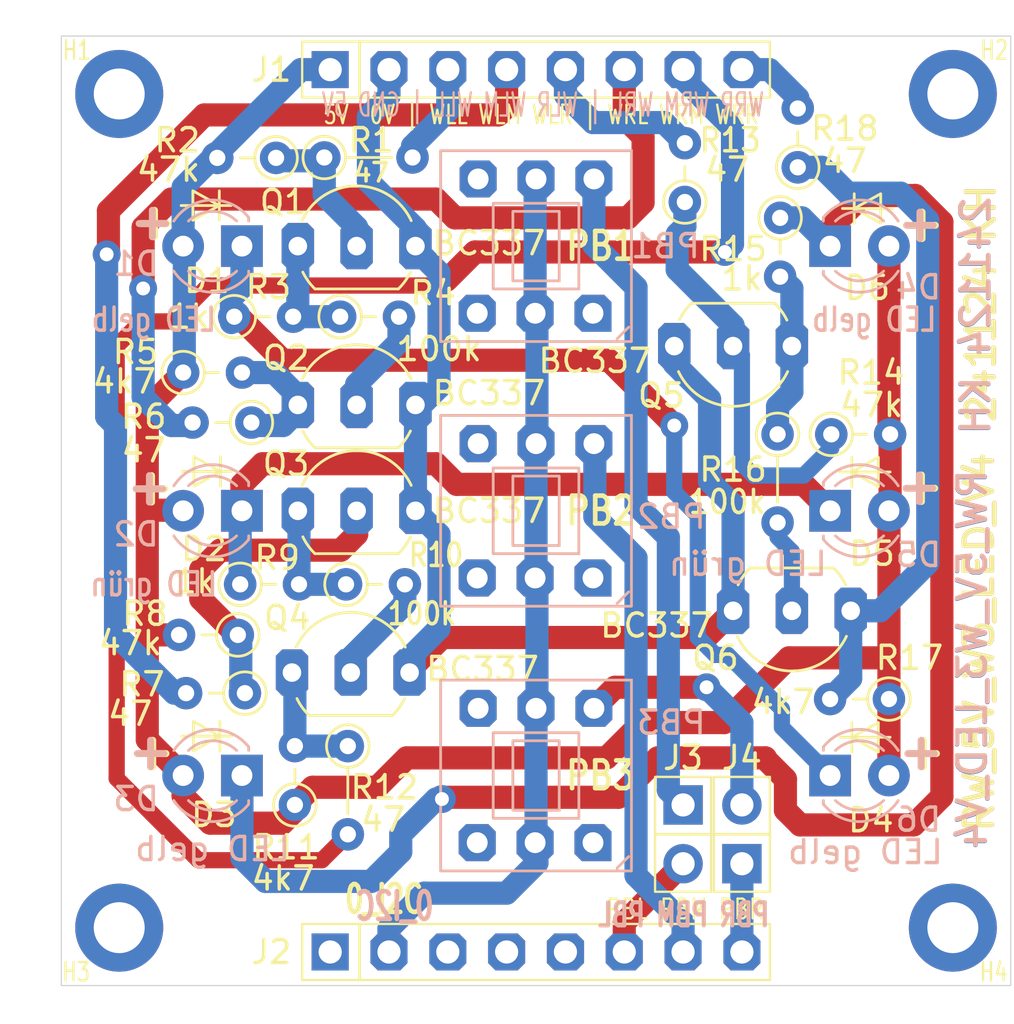
<source format=kicad_pcb>
(kicad_pcb (version 20240108) (generator "pcbnew") (generator_version "8.0")
  (layers (0 "F.Cu" signal) (31 "B.Cu" signal) (34 "B.Paste" user) (35 "F.Paste" user) (36 "B.SilkS" user "B.Silkscreen") (37 "F.SilkS" user "F.Silkscreen") (38 "B.Mask" user) (39 "F.Mask" user) (44 "Edge.Cuts" user))
  (net 0 "")
  (net 1 "Net-(D1-K)")
  (net 2 "/+5V")
  (net 3 "Net-(D2-K)")
  (net 4 "Net-(D3-K)")
  (net 5 "/WLL")
  (net 6 "/WRMi")
  (net 7 "/WLR")
  (net 8 "/WLM")
  (net 9 "/0V")
  (net 10 "/WRRi")
  (net 11 "/WRLi")
  (net 14 "/PBM")
  (net 17 "/0_I2C")
  (net 18 "/PBR")
  (net 19 "/PBL")
  (net 20 "/SW1")
  (net 21 "/SW3")
  (net 22 "Net-(Q1-B)")
  (net 23 "Net-(Q1-C)")
  (net 24 "Net-(Q2-B)")
  (net 25 "Net-(Q2-C)")
  (net 26 "Net-(Q3-C)")
  (net 27 "Net-(Q3-B)")
  (net 28 "Net-(Q4-C)")
  (net 29 "Net-(Q4-B)")
  (net 30 "Net-(Q5-C)")
  (net 31 "Net-(Q5-B)")
  (net 32 "Net-(Q6-B)")
  (net 33 "Net-(Q6-C)")
  (footprint "_kh_library:MountingHole_2.2mm_M2_Pad_TopBottom_kh" (layer "F.Cu") (at 34.07 26.45)
    (property "Reference" "H1")
    (property "Value" "MountingHole" (hide yes))
  )
  (footprint "Resistor_THT:R_Axial_DIN0204_L3.6mm_D1.6mm_P2.54mm_Vertical" (layer "F.Cu") (at 36.83 38.481)
    (property "Reference" "R5")
    (property "Value" "4k7")
  )
  (footprint "_kh_library:R_Axial_DIN0204_L3.6mm_D1.6mm_P2.54mm_Vertical_kh" (layer "F.Cu") (at 43.865 47.625)
    (property "Reference" "R10")
    (property "Value" "100k")
  )
  (footprint "_kh_library:MountingHole_2.2mm_M2_Pad_TopBottom_kh" (layer "F.Cu") (at 34.07 62.45)
    (property "Reference" "H3")
    (property "Value" "MountingHole")
  )
  (footprint "_kh_library:R_Axial_DIN0204_L3.6mm_D1.6mm_P3.81mm_Vertical_kh" (layer "F.Cu") (at 62.501 41.148 -90)
    (property "Reference" "R16")
    (property "Value" "100k")
  )
  (footprint "Resistor_THT:R_Axial_DIN0204_L3.6mm_D1.6mm_P2.54mm_Vertical" (layer "F.Cu") (at 62.611 31.8 -90)
    (property "Reference" "R15")
    (property "Value" "1k")
  )
  (footprint "_kh_library:PinSocket_1x02_P2.54mm_Vertical_kh" (layer "F.Cu") (at 60.96 59.69 180)
    (property "Reference" "J4")
    (property "Value" "Jumper_2")
  )
  (footprint "_kh_library:R_Axial_DIN0204_L3.6mm_D1.6mm_P3.81mm_Vertical_kh" (layer "F.Cu") (at 43.942 54.61 -90)
    (property "Reference" "R12")
    (property "Value" "47")
  )
  (footprint "Resistor_THT:R_Axial_DIN0204_L3.6mm_D1.6mm_P2.54mm_Vertical" (layer "F.Cu") (at 43.611 36.068)
    (property "Reference" "R4")
    (property "Value" "100k")
  )
  (footprint "Resistor_THT:R_Axial_DIN0204_L3.6mm_D1.6mm_P2.54mm_Vertical" (layer "F.Cu") (at 39.039 36.068)
    (property "Reference" "R3")
    (property "Value" "1k")
  )
  (footprint "_kh_library:TO-92_Inline_Wide_custom" (layer "F.Cu") (at 41.783 39.878)
    (property "Reference" "Q2")
    (property "Value" "BC337")
  )
  (footprint "_kh_library:PinSocket_1x02_P2.54mm_Vertical_kh" (layer "F.Cu") (at 58.42 57.15)
    (property "Reference" "J3")
    (property "Value" "Jumper_2")
  )
  (footprint "Resistor_THT:R_Axial_DIN0204_L3.6mm_D1.6mm_P2.54mm_Vertical" (layer "F.Cu") (at 41.656 57.15 90)
    (property "Reference" "R11")
    (property "Value" "4k7")
  )
  (footprint "Resistor_THT:R_Axial_DIN0204_L3.6mm_D1.6mm_P2.54mm_Vertical" (layer "F.Cu") (at 40.844 29.21 180)
    (property "Reference" "R2")
    (property "Value" "47k")
  )
  (footprint "_kh_library:MountingHole_2.2mm_M2_Pad_TopBottom_kh" (layer "F.Cu") (at 70.07 62.45)
    (property "Reference" "H4")
    (property "Value" "MountingHole")
  )
  (footprint "Resistor_THT:R_Axial_DIN0204_L3.6mm_D1.6mm_P2.54mm_Vertical" (layer "F.Cu") (at 63.373 29.6172 90)
    (property "Reference" "R18")
    (property "Value" "47")
  )
  (footprint "Resistor_THT:R_Axial_DIN0204_L3.6mm_D1.6mm_P2.54mm_Vertical" (layer "F.Cu") (at 39.293 47.625)
    (property "Reference" "R9")
    (property "Value" "1k")
  )
  (footprint "_kh_library:TO-92_Inline_Wide_custom" (layer "F.Cu") (at 63.119 37.338 180)
    (property "Reference" "Q5")
    (property "Value" "BC337")
  )
  (footprint "Resistor_THT:R_Axial_DIN0204_L3.6mm_D1.6mm_P2.54mm_Vertical" (layer "F.Cu") (at 58.4962 31.1158 90)
    (property "Reference" "R13")
    (property "Value" "47")
  )
  (footprint "Resistor_THT:R_Axial_DIN0204_L3.6mm_D1.6mm_P2.54mm_Vertical" (layer "F.Cu") (at 39.193 49.8094 180)
    (property "Reference" "R8")
    (property "Value" "47k")
  )
  (footprint "_kh_library:TO-92_Inline_Wide_custom" (layer "F.Cu") (at 65.659 48.768 180)
    (property "Reference" "Q6")
    (property "Value" "BC337")
  )
  (footprint "Resistor_THT:R_Axial_DIN0204_L3.6mm_D1.6mm_P2.54mm_Vertical" (layer "F.Cu") (at 39.7772 40.64 180)
    (property "Reference" "R6")
    (property "Value" "47")
  )
  (footprint "_kh_library:PinSocket_1x08_P2.54mm_Vertical_11mm_kh" (layer "F.Cu") (at 43.18 25.4 90)
    (property "Reference" "J1")
    (property "Value" "Conn_01x08_Pin")
  )
  (footprint "_kh_library:R_Axial_DIN0204_L3.6mm_D1.6mm_P3.81mm_Vertical_kh" (layer "F.Cu") (at 42.926 29.193)
    (property "Reference" "R1")
    (property "Value" "47")
  )
  (footprint "_kh_library:TO-92_Inline_Wide_custom" (layer "F.Cu") (at 41.529 51.435)
    (property "Reference" "Q4")
    (property "Value" "BC337")
  )
  (footprint "_kh_library:TO-92_Inline_Wide_custom" (layer "F.Cu") (at 41.783 33.02)
    (property "Reference" "Q1")
    (property "Value" "BC337")
  )
  (footprint "_kh_library:R_Axial_DIN0204_L3.6mm_D1.6mm_P2.54mm_Vertical_kh" (layer "F.Cu") (at 39.4978 52.324 180)
    (property "Reference" "R7")
    (property "Value" "47")
  )
  (footprint "_kh_library:MountingHole_2.2mm_M2_Pad_TopBottom_kh" (layer "F.Cu") (at 70.07 26.45)
    (property "Reference" "H2")
    (property "Value" "MountingHole")
  )
  (footprint "_kh_library:PinSocket_1x08_P2.54mm_Vertical_11mm_kh" (layer "F.Cu") (at 43.18 63.5 90)
    (property "Reference" "J2")
    (property "Value" "Conn_01x08_Pin")
  )
  (footprint "_kh_library:TO-92_Inline_Wide_custom" (layer "F.Cu") (at 41.783 44.45)
    (property "Reference" "Q3")
    (property "Value" "BC337")
  )
  (footprint "Resistor_THT:R_Axial_DIN0204_L3.6mm_D1.6mm_P2.54mm_Vertical" (layer "F.Cu") (at 64.82 41.148)
    (property "Reference" "R14")
    (property "Value" "47k")
  )
  (footprint "Resistor_THT:R_Axial_DIN0204_L3.6mm_D1.6mm_P2.54mm_Vertical" (layer "F.Cu") (at 67.31 52.578 180)
    (property "Reference" "R17")
    (property "Value" "4k7")
  )
  (footprint "LED_THT:LED_D3.0mm" (layer "B.Cu") (at 39.37 33.02 180)
    (property "Reference" "D1")
    (property "Value" "LED gelb")
  )
  (footprint "_kh_library:SW_Push_DPDT_8x8" (layer "B.Cu") (at 54.57 47.35 180)
    (property "Reference" "PB2")
    (property "Value" "SW_Push_DPDT_8x8")
  )
  (footprint "_kh_library:SW_Push_DPDT_8x8" (layer "B.Cu") (at 54.57 58.78 180)
    (property "Reference" "PB3")
    (property "Value" "SW_Push_DPDT_8x8")
  )
  (footprint "LED_THT:LED_D3.0mm" (layer "B.Cu") (at 39.37 44.45 180)
    (property "Reference" "D2")
    (property "Value" "LED grün")
  )
  (footprint "LED_THT:LED_D3.0mm" (layer "B.Cu") (at 64.77 33.02)
    (property "Reference" "D4")
    (property "Value" "LED gelb")
  )
  (footprint "_kh_library:SW_Push_DPDT_8x8" (layer "B.Cu") (at 54.57 35.92 180)
    (property "Reference" "PB1")
    (property "Value" "SW_Push_DPDT_8x8")
  )
  (footprint "LED_THT:LED_D3.0mm" (layer "B.Cu") (at 64.77 55.88)
    (property "Reference" "D6")
    (property "Value" "LED gelb")
  )
  (footprint "LED_THT:LED_D3.0mm" (layer "B.Cu") (at 39.37 55.88 180)
    (property "Reference" "D3")
    (property "Value" "LED gelb")
  )
  (footprint "LED_THT:LED_D3.0mm" (layer "B.Cu") (at 64.77 44.45)
    (property "Reference" "D5")
    (property "Value" "LED grün")
  )
  (gr_poly (pts (xy 65.7098 54.229) (xy 66.8528 54.864) (xy 66.8528 53.594)) (stroke (width 0.12)) (fill none) (layer "F.SilkS"))
  (gr_line (start 36.7919 42.7482) (end 38.9509 42.7482) (stroke (width 0.12)) (layer "F.SilkS"))
  (gr_line (start 65.8114 32.0294) (end 65.8114 30.7594) (stroke (width 0.12)) (layer "F.SilkS"))
  (gr_line (start 38.4429 42.1132) (end 38.4429 43.3832) (stroke (width 0.12)) (layer "F.SilkS"))
  (gr_line (start 36.7665 54.1782) (end 38.9255 54.1782) (stroke (width 0.12)) (layer "F.SilkS"))
  (gr_line (start 67.3608 54.229) (end 65.2018 54.229) (stroke (width 0.12)) (layer "F.SilkS"))
  (gr_poly (pts (xy 38.4175 54.1782) (xy 37.2745 53.5432) (xy 37.2745 54.8132)) (stroke (width 0.12)) (fill none) (layer "F.SilkS"))
  (gr_line (start 38.4175 53.5432) (end 38.4175 54.8132) (stroke (width 0.12)) (layer "F.SilkS"))
  (gr_line (start 65.7098 54.864) (end 65.7098 53.594) (stroke (width 0.12)) (layer "F.SilkS"))
  (gr_line (start 65.7098 43.4086) (end 65.7098 42.1386) (stroke (width 0.12)) (layer "F.SilkS"))
  (gr_line (start 67.3608 42.7736) (end 65.2018 42.7736) (stroke (width 0.12)) (layer "F.SilkS"))
  (gr_poly (pts (xy 65.8114 31.3944) (xy 66.9544 32.0294) (xy 66.9544 30.7594)) (stroke (width 0.12)) (fill none) (layer "F.SilkS"))
  (gr_poly (pts (xy 38.4429 42.7482) (xy 37.2999 42.1132) (xy 37.2999 43.3832)) (stroke (width 0.12)) (fill none) (layer "F.SilkS"))
  (gr_line (start 36.7411 31.2674) (end 38.9001 31.2674) (stroke (width 0.12)) (layer "F.SilkS"))
  (gr_line (start 38.3921 30.6324) (end 38.3921 31.9024) (stroke (width 0.12)) (layer "F.SilkS"))
  (gr_line (start 67.4624 31.3944) (end 65.3034 31.3944) (stroke (width 0.12)) (layer "F.SilkS"))
  (gr_poly (pts (xy 65.7098 42.7736) (xy 66.8528 43.4086) (xy 66.8528 42.1386)) (stroke (width 0.12)) (fill none) (layer "F.SilkS"))
  (gr_poly (pts (xy 38.3921 31.2674) (xy 37.2491 30.6324) (xy 37.2491 31.9024)) (stroke (width 0.12)) (fill none) (layer "F.SilkS"))
  (gr_rect (start 31.57 23.95) (end 72.57 64.95) (stroke (width 0.05)) (fill none) (layer "Edge.Cuts"))
  (gr_text "RW_5V_W3_LED_V4" (at 71.9074 58.42 90) (layer "F.Cu") (effects (font (size 1.2 1.2) (thickness 0.2) (bold yes)) (justify left bottom)))
  (gr_text "241124 KH" (at 71.9836 40.7416 90) (layer "F.Cu") (effects (font (size 1.2 1.2) (thickness 0.2) (bold yes)) (justify left bottom)))
  (gr_text "RW_5V_W3_LED_V4" (at 71.6026 42.5704 90) (layer "B.Cu") (effects (font (size 1.2 1.2) (thickness 0.2) (bold yes)) (justify left bottom mirror)))
  (gr_text "241124 KH" (at 71.755 30.7848 90) (layer "B.Cu") (effects (font (size 1.2 1.2) (thickness 0.2) (bold yes)) (justify left bottom mirror)))
  (gr_text "+" (at 69.7738 32.893 0) (layer "B.SilkS") (effects (font (size 1.5 1.5) (thickness 0.3) (bold yes)) (justify left bottom mirror)))
  (gr_text "LED gelb" (at 38.1 59.055 0) (layer "B.SilkS") (effects (font (size 1 1)) (justify mirror)))
  (gr_text "+" (at 36.4998 44.2722 0) (layer "B.SilkS") (effects (font (size 1.5 1.5) (thickness 0.3) (bold yes)) (justify left bottom mirror)))
  (gr_text "+" (at 69.7484 44.2468 0) (layer "B.SilkS") (effects (font (size 1.5 1.5) (thickness 0.3) (bold yes)) (justify left bottom mirror)))
  (gr_text "LED grün" (at 35.56 47.625 0) (layer "B.SilkS") (effects (font (size 1 0.8)) (justify mirror)))
  (gr_text "+" (at 36.6268 32.8168 0) (layer "B.SilkS") (effects (font (size 1.5 1.5) (thickness 0.3) (bold yes)) (justify left bottom mirror)))
  (gr_text "LED gelb" (at 66.294 59.182 0) (layer "B.SilkS") (effects (font (size 1 1)) (justify mirror)))
  (gr_text "LED gelb" (at 35.56 36.195 0) (layer "B.SilkS") (effects (font (size 1 0.8)) (justify mirror)))
  (gr_text "+" (at 36.5506 55.7022 0) (layer "B.SilkS") (effects (font (size 1.5 1.5) (thickness 0.3) (bold yes)) (justify left bottom mirror)))
  (gr_text "0_I2C" (at 47.752 62.23 0) (layer "B.SilkS") (effects (font (size 1.2 0.8) (thickness 0.2) (bold yes)) (justify left bottom mirror)))
  (gr_text "241124 KH" (at 71.755 30.7594 90) (layer "B.SilkS") (effects (font (size 1.2 1.2) (thickness 0.2) (bold yes)) (justify left bottom mirror)))
  (gr_text "LED grün" (at 61.214 46.736 0) (layer "B.SilkS") (effects (font (size 1 1)) (justify mirror)))
  (gr_text "PBR PBM PBL" (at 62.23 62.484 0) (layer "B.SilkS") (effects (font (size 1 0.7) (thickness 0.2) (bold yes)) (justify left bottom mirror)))
  (gr_text "+" (at 69.8246 55.7022 0) (layer "B.SilkS") (effects (font (size 1.5 1.5) (thickness 0.3) (bold yes)) (justify left bottom mirror)))
  (gr_text "LED gelb" (at 66.675 36.195 0) (layer "B.SilkS") (effects (font (size 1 0.8)) (justify mirror)))
  (gr_text "RW_5V_W3_LED_V4" (at 71.6026 42.545 90) (layer "B.SilkS") (effects (font (size 1.2 1.2) (thickness 0.2) (bold yes)) (justify left bottom mirror)))
  (gr_text "WRR WRM WRL | WLR WLM WLL | GND 5V" (at 61.976 27.5082 0) (layer "B.SilkS") (effects (font (size 1 0.6) (thickness 0.1)) (justify left bottom mirror)))
  (gr_text "4k7" (at 41.148 60.325 0) (layer "F.SilkS") (effects (font (size 1 1))))
  (gr_text "RW_5V_W3_LED_V4" (at 71.9074 58.42 90) (layer "F.SilkS") (effects (font (size 1.2 1.2) (thickness 0.2) (bold yes)) (justify left bottom)))
  (gr_text "+" (at 34.3916 55.7022 0) (layer "F.SilkS") (effects (font (size 1.5 1.5) (thickness 0.3) (bold yes)) (justify left bottom)))
  (gr_text "47" (at 60.325 29.718 0) (layer "F.SilkS") (effects (font (size 1 1))))
  (gr_text "BC337" (at 49.7586 51.2826 0) (layer "F.SilkS") (effects (font (size 1 1))))
  (gr_text "+" (at 67.6656 55.7022 0) (layer "F.SilkS") (effects (font (size 1.5 1.5) (thickness 0.3) (bold yes)) (justify left bottom)))
  (gr_text "1k" (at 37.338 47.498 0) (layer "F.SilkS") (effects (font (size 1 1))))
  (gr_text "D5" (at 65.5066 46.8884 0) (layer "F.SilkS") (effects (font (size 1 1)) (justify left bottom)))
  (gr_text "47" (at 34.544 53.213 0) (layer "F.SilkS") (effects (font (size 1 1))))
  (gr_text "1k" (at 37.084 36.068 0) (layer "F.SilkS") (effects (font (size 1 1))))
  (gr_text "100k" (at 60.325 44.069 0) (layer "F.SilkS") (effects (font (size 1 0.9))))
  (gr_text "+" (at 67.5894 44.2468 0) (layer "F.SilkS") (effects (font (size 1.5 1.5) (thickness 0.3) (bold yes)) (justify left bottom)))
  (gr_text "PB3" (at 54.864 55.88 0) (layer "F.SilkS") (effects (font (size 1.2 1) (thickness 0.2) (bold yes))))
  (gr_text "D4" (at 65.4558 58.3946 0) (layer "F.SilkS") (effects (font (size 1 1)) (justify left bottom)))
  (gr_text "D3" (at 37.084 58.166 0) (layer "F.SilkS") (effects (font (size 1 1)) (justify left bottom)))
  (gr_text "5V  0V | WLL WLM WLR | WRL WRM WRR" (at 42.8244 27.813 0) (layer "F.SilkS") (effects (font (size 0.8 0.6) (thickness 0.1)) (justify left bottom)))
  (gr_text "4k7" (at 62.738 52.705 0) (layer "F.SilkS") (effects (font (size 1 1))))
  (gr_text "BC337" (at 54.61 37.973 0) (layer "F.SilkS") (effects (font (size 1 1))))
  (gr_text "47k" (at 36.195 29.718 0) (layer "F.SilkS") (effects (font (size 1 1))))
  (gr_text "D2" (at 36.6522 46.6852 0) (layer "F.SilkS") (effects (font (size 1 1)) (justify left bottom)))
  (gr_text "1k" (at 60.96 34.417 0) (layer "F.SilkS") (effects (font (size 1 1))))
  (gr_text "47k" (at 66.548 39.878 0) (layer "F.SilkS") (effects (font (size 1 1))))
  (gr_text "4k7" (at 34.29 38.862 0) (layer "F.SilkS") (effects (font (size 1 1))))
  (gr_text "100k" (at 47.879 37.465 0) (layer "F.SilkS") (effects (font (size 1 1))))
  (gr_text "BC337" (at 50.038 32.893 0) (layer "F.SilkS") (effects (font (size 1 1))))
  (gr_text "47" (at 35.1282 41.8338 0) (layer "F.SilkS") (effects (font (size 1 1))))
  (gr_text "+" (at 67.6148 32.893 0) (layer "F.SilkS") (effects (font (size 1.5 1.5) (thickness 0.3) (bold yes)) (justify left bottom)))
  (gr_text "241124 KH" (at 71.9836 40.7416 90) (layer "F.SilkS") (effects (font (size 1.2 1.2) (thickness 0.2) (bold yes)) (justify left bottom)))
  (gr_text "0_I2C" (at 43.7134 61.9252 0) (layer "F.SilkS") (effects (font (size 1.2 0.8) (thickness 0.2) (bold yes)) (justify left bottom)))
  (gr_text "47" (at 65.405 29.337 0) (layer "F.SilkS") (effects (font (size 1 1))))
  (gr_text "PB1" (at 54.864 33.02 0) (layer "F.SilkS") (effects (font (size 1.2 1) (thickness 0.2) (bold yes))))
  (gr_text "BC337" (at 57.277 49.403 0) (layer "F.SilkS") (effects (font (size 1 1))))
  (gr_text "47" (at 45.466 57.785 0) (layer "F.SilkS") (effects (font (size 1 1))))
  (gr_text "D6" (at 65.3034 35.4076 0) (layer "F.SilkS") (effects (font (size 1 1)) (justify left bottom)))
  (gr_text "100k" (at 47.1424 48.895 0) (layer "F.SilkS") (effects (font (size 0.95 0.8))))
  (gr_text "PBL PBM PBR" (at 55.0418 62.1538 0) (layer "F.SilkS") (effects (font (size 0.85 0.65) (thickness 0.1)) (justify left bottom)))
  (gr_text "BC337" (at 50.038 39.37 0) (layer "F.SilkS") (effects (font (size 1 1))))
  (gr_text "BC337" (at 50.038 44.45 0) (layer "F.SilkS") (effects (font (size 1 1))))
  (gr_text "+" (at 34.3408 44.2722 0) (layer "F.SilkS") (effects (font (size 1.5 1.5) (thickness 0.3) (bold yes)) (justify left bottom)))
  (gr_text "D1" (at 36.7792 35.1028 0) (layer "F.SilkS") (effects (font (size 1 1)) (justify left bottom)))
  (gr_text "47k" (at 34.544 50.165 0) (layer "F.SilkS") (effects (font (size 1 1))))
  (gr_text "+" (at 34.4678 32.8168 0) (layer "F.SilkS") (effects (font (size 1.5 1.5) (thickness 0.3) (bold yes)) (justify left bottom)))
  (gr_text "47" (at 44.958 29.845 0) (layer "F.SilkS") (effects (font (size 0.8 0.8))))
  (gr_text "PB2" (at 54.864 44.45 0) (layer "F.SilkS") (effects (font (size 1.2 1) (thickness 0.2) (bold yes))))
  (segment (start 39.243 36.068) (end 41.1226 37.9476) (width 1) (layer "F.Cu") (net 1))
  (segment (start 41.1226 37.9476) (end 55.2196 37.9476) (width 1) (layer "F.Cu") (net 1))
  (segment (start 55.2196 37.9476) (end 58.039 40.767) (width 1) (layer "F.Cu") (net 1))
  (via (at 58.039 40.767) (size 1.2) (drill 0.6) (layers "F.Cu" "B.Cu") (net 1))
  (segment (start 39.37 34.798) (end 39.37 33.02) (width 1) (layer "B.Cu") (net 1))
  (segment (start 38.912 36.322) (end 38.912 35.256) (width 1) (layer "B.Cu") (net 1))
  (segment (start 58.039 40.767) (end 58.039 43.6372) (width 0.7) (layer "B.Cu") (net 1))
  (segment (start 62.6872 53.7972) (end 64.77 55.88) (width 0.7) (layer "B.Cu") (net 1))
  (segment (start 60.3504 50.673) (end 62.6872 53.0098) (width 0.7) (layer "B.Cu") (net 1))
  (segment (start 38.912 35.256) (end 39.37 34.798) (width 1) (layer "B.Cu") (net 1))
  (segment (start 62.6872 53.0098) (end 62.6872 53.7972) (width 0.7) (layer "B.Cu") (net 1))
  (segment (start 59.817 50.673) (end 60.3504 50.673) (width 0.7) (layer "B.Cu") (net 1))
  (segment (start 59.055 49.911) (end 59.817 50.673) (width 0.7) (layer "B.Cu") (net 1))
  (segment (start 59.055 44.6532) (end 59.055 49.911) (width 0.7) (layer "B.Cu") (net 1))
  (segment (start 58.039 43.6372) (end 59.055 44.6532) (width 0.7) (layer "B.Cu") (net 1))
  (segment (start 35.2806 44.4246) (end 35.2806 49.8094) (width 1) (layer "F.Cu") (net 2))
  (segment (start 67.31 50.8) (end 67.31 44.45) (width 1) (layer "F.Cu") (net 2))
  (segment (start 67.31 52.578) (end 67.31 50.8) (width 1) (layer "F.Cu") (net 2))
  (segment (start 45.212 56.388) (end 42.418 56.388) (width 1) (layer "F.Cu") (net 2))
  (segment (start 56.642 53.594) (end 55.118 55.118) (width 1) (layer "F.Cu") (net 2))
  (segment (start 62.992 50.8) (end 60.198 53.594) (width 1) (layer "F.Cu") (net 2))
  (segment (start 41.1226 57.9374) (end 37.9984 57.9374) (width 1) (layer "F.Cu") (net 2))
  (segment (start 46.482 55.118) (end 45.212 56.388) (width 1) (layer "F.Cu") (net 2))
  (segment (start 67.31 33.02) (end 67.31 41.098) (width 1) (layer "F.Cu") (net 2))
  (segment (start 37.9984 57.9374) (end 36.83 56.769) (width 1) (layer "F.Cu") (net 2))
  (segment (start 42.418 56.388) (end 41.656 57.15) (width 1) (layer "F.Cu") (net 2))
  (segment (start 35.2806 49.8094) (end 35.2806 54.3306) (width 1) (layer "F.Cu") (net 2))
  (segment (start 41.656 57.404) (end 41.1226 57.9374) (width 1) (layer "F.Cu") (net 2))
  (segment (start 55.118 55.118) (end 46.482 55.118) (width 1) (layer "F.Cu") (net 2))
  (segment (start 67.31 50.8) (end 62.992 50.8) (width 1) (layer "F.Cu") (net 2))
  (segment (start 36.8046 44.4246) (end 35.2806 44.4246) (width 1) (layer "F.Cu") (net 2))
  (segment (start 36.653 49.8094) (end 35.2806 49.8094) (width 1) (layer "F.Cu") (net 2))
  (segment (start 36.83 38.481) (end 35.2806 40.0304) (width 1) (layer "F.Cu") (net 2))
  (segment (start 35.2806 40.0304) (end 35.2806 44.4246) (width 1) (layer "F.Cu") (net 2))
  (segment (start 41.656 57.15) (end 41.656 57.404) (width 1) (layer "F.Cu") (net 2))
  (segment (start 67.36 41.148) (end 67.36 44.4) (width 1) (layer "F.Cu") (net 2))
  (segment (start 35.2806 54.3306) (end 36.83 55.88) (width 1) (layer "F.Cu") (net 2))
  (segment (start 60.198 53.594) (end 56.642 53.594) (width 1) (layer "F.Cu") (net 2))
  (segment (start 36.83 56.769) (end 36.83 55.88) (width 1) (layer "F.Cu") (net 2))
  (segment (start 67.31 55.88) (end 67.31 52.578) (width 1) (layer "F.Cu") (net 2))
  (segment (start 41.91 25.4) (end 36.83 30.48) (width 1) (layer "B.Cu") (net 2))
  (segment (start 43.18 25.4) (end 41.91 25.4) (width 1) (layer "B.Cu") (net 2))
  (segment (start 36.88 38.481) (end 36.88 33.07) (width 1) (layer "B.Cu") (net 2))
  (segment (start 36.83 30.48) (end 36.83 33.02) (width 1) (layer "B.Cu") (net 2))
  (segment (start 39.37 43.307) (end 39.37 44.45) (width 1) (layer "F.Cu") (net 3))
  (segment (start 64.77 44.45) (end 63.627 43.307) (width 1) (layer "F.Cu") (net 3))
  (segment (start 47.752 42.418) (end 40.259 42.418) (width 1) (layer "F.Cu") (net 3))
  (segment (start 48.641 43.307) (end 47.752 42.418) (width 1) (layer "F.Cu") (net 3))
  (segment (start 63.627 43.307) (end 48.641 43.307) (width 1) (layer "F.Cu") (net 3))
  (segment (start 40.259 42.418) (end 39.37 43.307) (width 1) (layer "F.Cu") (net 3))
  (segment (start 39.293 47.625) (end 39.293 44.527) (width 1) (layer "B.Cu") (net 3))
  (segment (start 64.77 33.02) (end 64.77 32.258) (width 1) (layer "F.Cu") (net 4))
  (segment (start 55.626 56.8198) (end 48.0822 56.8198) (width 1) (layer "F.Cu") (net 4))
  (segment (start 68.453 30.8356) (end 69.596 31.9786) (width 1) (layer "F.Cu") (net 4))
  (segment (start 63.4746 58.0136) (end 62.8396 57.3786) (width 1) (layer "F.Cu") (net 4))
  (segment (start 69.596 56.7944) (end 68.3768 58.0136) (width 1) (layer "F.Cu") (net 4))
  (segment (start 57.3278 55.118) (end 55.626 56.8198) (width 1) (layer "F.Cu") (net 4))
  (segment (start 69.596 31.9786) (end 69.596 56.7944) (width 1) (layer "F.Cu") (net 4))
  (segment (start 66.1924 30.8356) (end 68.453 30.8356) (width 1) (layer "F.Cu") (net 4))
  (segment (start 64.77 32.258) (end 66.1924 30.8356) (width 1) (layer "F.Cu") (net 4))
  (segment (start 48.0822 56.8198) (end 48.006 56.896) (width 1) (layer "F.Cu") (net 4))
  (segment (start 61.976 55.118) (end 57.3278 55.118) (width 1) (layer "F.Cu") (net 4))
  (segment (start 62.8396 56.0324) (end 61.976 55.1688) (width 1) (layer "F.Cu") (net 4))
  (segment (start 61.976 55.1688) (end 61.976 55.118) (width 1) (layer "F.Cu") (net 4))
  (segment (start 62.8396 57.3786) (end 62.8396 56.0324) (width 1) (layer "F.Cu") (net 4))
  (segment (start 68.3768 58.0136) (end 63.4746 58.0136) (width 1) (layer "F.Cu") (net 4))
  (via (at 48.006 56.896) (size 1.2) (drill 0.6) (layers "F.Cu" "B.Cu") (net 4))
  (segment (start 48.006 56.896) (end 47.752 56.896) (width 1) (layer "B.Cu") (net 4))
  (segment (start 63.55 31.8) (end 64.77 33.02) (width 1) (layer "B.Cu") (net 4))
  (segment (start 46.228 58.42) (end 46.228 59.182) (width 1) (layer "B.Cu") (net 4))
  (segment (start 47.752 56.896) (end 46.228 58.42) (width 1) (layer "B.Cu") (net 4))
  (segment (start 44.958 60.452) (end 40.386 60.452) (width 1) (layer "B.Cu") (net 4))
  (segment (start 40.386 60.452) (end 39.37 59.436) (width 1) (layer "B.Cu") (net 4))
  (segment (start 39.37 59.436) (end 39.37 55.88) (width 1) (layer "B.Cu") (net 4))
  (segment (start 62.611 31.8) (end 63.55 31.8) (width 1) (layer "B.Cu") (net 4))
  (segment (start 46.228 59.182) (end 44.958 60.452) (width 1) (layer "B.Cu") (net 4))
  (segment (start 46.736 29.337) (end 46.736 28.702) (width 1) (layer "B.Cu") (net 5))
  (segment (start 46.736 28.702) (end 48.26 27.178) (width 1) (layer "B.Cu") (net 5))
  (segment (start 48.26 27.178) (end 48.26 25.4) (width 1) (layer "B.Cu") (net 5))
  (segment (start 42.8244 59.5376) (end 43.942 58.42) (width 0.7) (layer "F.Cu") (net 6))
  (segment (start 36.4744 36.1696) (end 36.4744 36.2712) (width 0.7) (layer "F.Cu") (net 6))
  (segment (start 37.4904 59.5376) (end 42.8244 59.5376) (width 0.7) (layer "F.Cu") (net 6))
  (segment (start 49.4284 33.274) (end 60.2234 33.274) (width 1) (layer "F.Cu") (net 6))
  (segment (start 48.2092 34.4932) (end 47.9806 34.7218) (width 0.7) (layer "F.Cu") (net 6))
  (segment (start 47.9806 34.7218) (end 37.9222 34.7218) (width 0.7) (layer "F.Cu") (net 6))
  (segment (start 49.4284 33.274) (end 48.2092 34.4932) (width 1) (layer "F.Cu") (net 6))
  (segment (start 35.0266 36.2712) (end 33.9598 37.338) (width 0.7) (layer "F.Cu") (net 6))
  (segment (start 37.9222 34.7218) (end 36.4744 36.1696) (width 0.7) (layer "F.Cu") (net 6))
  (segment (start 36.4744 36.2712) (end 35.0266 36.2712) (width 0.7) (layer "F.Cu") (net 6))
  (segment (start 33.9598 37.338) (end 33.9598 56.007) (width 0.7) (layer "F.Cu") (net 6))
  (segment (start 33.9598 56.007) (end 37.4904 59.5376) (width 0.7) (layer "F.Cu") (net 6))
  (via (at 60.2234 33.274) (size 1.2) (drill 0.6) (layers "F.Cu" "B.Cu") (net 6))
  (segment (start 60.5536 27.9146) (end 60.5536 32.9438) (width 1) (layer "B.Cu") (net 6))
  (segment (start 60.2234 33.274) (end 60.325 33.1724) (width 0.7) (layer "B.Cu") (net 6))
  (segment (start 58.42 25.781) (end 60.5536 27.9146) (width 1) (layer "B.Cu") (net 6))
  (segment (start 60.5536 32.9438) (end 60.2234 33.274) (width 1) (layer "B.Cu") (net 6))
  (segment (start 58.42 25.4) (end 58.42 25.781) (width 1) (layer "B.Cu") (net 6))
  (segment (start 53.34 25.4) (end 53.34 26.4922) (width 1) (layer "B.Cu") (net 7))
  (segment (start 53.34 26.4922) (end 54.5338 27.686) (width 1) (layer "B.Cu") (net 7))
  (segment (start 54.5338 27.686) (end 57.6064 27.686) (width 1) (layer "B.Cu") (net 7))
  (segment (start 57.6064 27.686) (end 58.4962 28.5758) (width 1) (layer "B.Cu") (net 7))
  (segment (start 33.528 33.3756) (end 33.6042 33.2994) (width 0.7) (layer "F.Cu") (net 8))
  (segment (start 33.6042 31.496) (end 37.7444 27.3558) (width 1) (layer "F.Cu") (net 8))
  (segment (start 37.7444 27.3558) (end 50.4444 27.3558) (width 1) (layer "F.Cu") (net 8))
  (segment (start 50.8 27.0002) (end 50.8 25.4) (width 1) (layer "F.Cu") (net 8))
  (segment (start 50.4444 27.3558) (end 50.8 27.0002) (width 1) (layer "F.Cu") (net 8))
  (segment (start 33.6042 33.2994) (end 33.6042 31.496) (width 1) (layer "F.Cu") (net 8))
  (via (at 33.528 33.3756) (size 1.2) (drill 0.6) (layers "F.Cu" "B.Cu") (net 8))
  (segment (start 33.909 40.767) (end 33.528 40.386) (width 1) (layer "B.Cu") (net 8))
  (segment (start 36.449 52.324) (end 33.909 49.784) (width 1) (layer "B.Cu") (net 8))
  (segment (start 33.909 49.784) (end 33.909 40.767) (width 1) (layer "B.Cu") (net 8))
  (segment (start 33.528 40.386) (end 33.528 33.3756) (width 1) (layer "B.Cu") (net 8))
  (segment (start 36.78 52.324) (end 36.449 52.324) (width 1) (layer "B.Cu") (net 8))
  (segment (start 48.02 49.92) (end 59.427 49.92) (width 1) (layer "F.Cu") (net 9))
  (segment (start 46.609 51.331) (end 48.02 49.92) (width 1) (layer "F.Cu") (net 9))
  (segment (start 59.427 49.92) (end 60.579 48.768) (width 1) (layer "F.Cu") (net 9))
  (segment (start 60.579 44.196) (end 59.563 43.18) (width 1) (layer "B.Cu") (net 9))
  (segment (start 59.563 43.18) (end 59.563 39.624) (width 1) (layer "B.Cu") (net 9))
  (segment (start 59.563 39.624) (end 58.039 38.1) (width 1) (layer "B.Cu") (net 9))
  (segment (start 44.831 27.432) (end 44.831 30.226) (width 1) (layer "B.Cu") (net 9))
  (segment (start 44.831 30.226) (end 46.863 32.258) (width 1) (layer "B.Cu") (net 9))
  (segment (start 60.579 48.768) (end 60.579 44.196) (width 1) (layer "B.Cu") (net 9))
  (segment (start 46.609 50.8) (end 47.879 49.53) (width 1) (layer "B.Cu") (net 9))
  (segment (start 47.879 34.163) (end 46.863 33.147) (width 1) (layer "B.Cu") (net 9))
  (segment (start 46.863 40.132) (end 47.879 39.116) (width 1) (layer "B.Cu") (net 9))
  (segment (start 45.72 25.4) (end 45.72 26.543) (width 1) (layer "B.Cu") (net 9))
  (segment (start 47.879 45.466) (end 46.863 44.45) (width 1) (layer "B.Cu") (net 9))
  (segment (start 46.609 51.435) (end 46.609 50.8) (width 1) (layer "B.Cu") (net 9))
  (segment (start 46.863 32.258) (end 46.863 33.147) (width 1) (layer "B.Cu") (net 9))
  (segment (start 58.039 38.1) (end 58.039 37.338) (width 1) (layer "B.Cu") (net 9))
  (segment (start 47.879 49.53) (end 47.879 45.466) (width 1) (layer "B.Cu") (net 9))
  (segment (start 45.72 26.543) (end 44.831 27.432) (width 1) (layer "B.Cu") (net 9))
  (segment (start 47.879 39.116) (end 47.879 34.163) (width 1) (layer "B.Cu") (net 9))
  (segment (start 46.863 39.878) (end 46.863 44.45) (width 1) (layer "B.Cu") (net 9))
  (segment (start 62.1538 25.4) (end 60.96 25.4) (width 1) (layer "B.Cu") (net 10))
  (segment (start 63.373 26.6192) (end 62.1538 25.4) (width 1) (layer "B.Cu") (net 10))
  (segment (start 63.373 27.0772) (end 63.373 26.6192) (width 1) (layer "B.Cu") (net 10))
  (segment (start 48.5648 31.8008) (end 56.0324 31.8008) (width 1) (layer "F.Cu") (net 11))
  (segment (start 47.752 30.988) (end 48.5648 31.8008) (width 1) (layer "F.Cu") (net 11))
  (segment (start 35.1028 32.2072) (end 36.322 30.988) (width 1) (layer "F.Cu") (net 11))
  (segment (start 36.322 30.988) (end 47.752 30.988) (width 1) (layer "F.Cu") (net 11))
  (segment (start 35.1028 34.8488) (end 35.1028 32.2072) (width 1) (layer "F.Cu") (net 11))
  (segment (start 56.6928 28.2956) (end 55.88 27.4828) (width 1) (layer "F.Cu") (net 11))
  (segment (start 56.6928 31.1404) (end 56.6928 28.2956) (width 1) (layer "F.Cu") (net 11))
  (segment (start 56.0324 31.8008) (end 56.6928 31.1404) (width 1) (layer "F.Cu") (net 11))
  (segment (start 55.88 27.4828) (end 55.88 25.4) (width 1) (layer "F.Cu") (net 11))
  (via (at 35.1028 34.8488) (size 1.2) (drill 0.6) (layers "F.Cu" "B.Cu") (net 11))
  (segment (start 35.1028 34.8488) (end 35.1028 39.5478) (width 1) (layer "B.Cu") (net 11))
  (segment (start 35.1028 39.5478) (end 36.322 40.767) (width 1) (layer "B.Cu") (net 11))
  (segment (start 36.322 40.767) (end 37.161 40.767) (width 1) (layer "B.Cu") (net 11))
  (segment (start 58.42 63.5) (end 58.42 62.23) (width 1) (layer "B.Cu") (net 14))
  (segment (start 58.42 62.23) (end 56.388 60.198) (width 1) (layer "B.Cu") (net 14))
  (segment (start 56.388 60.198) (end 56.388 46.482) (width 1) (layer "B.Cu") (net 14))
  (segment (start 54.61 44.704) (end 54.61 41.59) (width 1) (layer "B.Cu") (net 14))
  (segment (start 56.388 46.482) (end 54.61 44.704) (width 1) (layer "B.Cu") (net 14))
  (segment (start 52.03 35.92) (end 52.03 30.16) (width 1) (layer "B.Cu") (net 17))
  (segment (start 45.72 63.5) (end 45.72 62.484) (width 1) (layer "B.Cu") (net 17))
  (segment (start 52.11 47.35) (end 52.11 52.94) (width 1) (layer "B.Cu") (net 17))
  (segment (start 52.07 41.55) (end 52.07 47.31) (width 1) (layer "B.Cu") (net 17))
  (segment (start 50.8 60.96) (end 52.11 59.65) (width 1) (layer "B.Cu") (net 17))
  (segment (start 45.72 62.484) (end 47.244 60.96) (width 1) (layer "B.Cu") (net 17))
  (segment (start 52.07 58.74) (end 52.07 52.98) (width 1) (layer "B.Cu") (net 17))
  (segment (start 52.11 59.65) (end 52.11 58.78) (width 1) (layer "B.Cu") (net 17))
  (segment (start 47.244 60.96) (end 50.8 60.96) (width 1) (layer "B.Cu") (net 17))
  (segment (start 52.11 35.92) (end 52.11 41.51) (width 1) (layer "B.Cu") (net 17))
  (segment (start 60.96 63.5) (end 60.96 59.69) (width 1) (layer "B.Cu") (net 18))
  (segment (start 55.88 63.5) (end 55.88 62.23) (width 1) (layer "F.Cu") (net 19))
  (segment (start 55.88 62.23) (end 58.42 59.69) (width 1) (layer "F.Cu") (net 19))
  (segment (start 56.388 44.196) (end 57.785 45.593) (width 1) (layer "B.Cu") (net 20))
  (segment (start 56.388 34.798) (end 56.388 44.196) (width 1) (layer "B.Cu") (net 20))
  (segment (start 54.57 32.98) (end 56.388 34.798) (width 1) (layer "B.Cu") (net 20))
  (segment (start 57.785 45.593) (end 57.785 56.515) (width 1) (layer "B.Cu") (net 20))
  (segment (start 57.785 56.515) (end 58.42 57.15) (width 1) (layer "B.Cu") (net 20))
  (segment (start 54.57 30.12) (end 54.57 32.98) (width 1) (layer "B.Cu") (net 20))
  (segment (start 59.436 52.07) (end 55.48 52.07) (width 1) (layer "F.Cu") (net 21))
  (segment (start 55.48 52.07) (end 54.57 52.98) (width 1) (layer "F.Cu") (net 21))
  (via (at 59.436 52.07) (size 1.2) (drill 0.6) (layers "F.Cu" "B.Cu") (net 21))
  (segment (start 60.96 53.594) (end 60.96 57.15) (width 1) (layer "B.Cu") (net 21))
  (segment (start 59.436 52.07) (end 60.96 53.594) (width 1) (layer "B.Cu") (net 21))
  (segment (start 42.926 30.8102) (end 42.926 29.337) (width 1) (layer "B.Cu") (net 22))
  (segment (start 42.926 29.337) (end 40.844 29.337) (width 1) (layer "B.Cu") (net 22))
  (segment (start 44.323 33.147) (end 44.323 32.2072) (width 1) (layer "B.Cu") (net 22))
  (segment (start 44.323 32.2072) (end 42.926 30.8102) (width 1) (layer "B.Cu") (net 22))
  (segment (start 41.579 36.068) (end 43.611 36.068) (width 1) (layer "B.Cu") (net 23))
  (segment (start 41.783 35.864) (end 41.579 36.068) (width 1) (layer "B.Cu") (net 23))
  (segment (start 41.783 33.147) (end 41.783 35.864) (width 1) (layer "B.Cu") (net 23))
  (segment (start 46.151 37.161) (end 46.151 36.322) (width 1) (layer "B.Cu") (net 24))
  (segment (start 44.323 40.132) (end 44.323 38.989) (width 1) (layer "B.Cu") (net 24))
  (segment (start 44.323 38.989) (end 46.151 37.161) (width 1) (layer "B.Cu") (net 24))
  (segment (start 41.148 40.767) (end 41.783 40.132) (width 1) (layer "B.Cu") (net 25))
  (segment (start 41.783 39.497) (end 40.767 38.481) (width 1) (layer "B.Cu") (net 25))
  (segment (start 39.701 40.767) (end 41.148 40.767) (width 1) (layer "B.Cu") (net 25))
  (segment (start 40.767 38.481) (end 39.37 38.481) (width 1) (layer "B.Cu") (net 25))
  (segment (start 41.833 47.625) (end 41.833 44.5) (width 1) (layer "B.Cu") (net 26))
  (segment (start 43.865 47.625) (end 41.833 47.625) (width 1) (layer "B.Cu") (net 26))
  (segment (start 39.37 49.784) (end 38.989 49.784) (width 1) (layer "F.Cu") (net 27))
  (segment (start 37.592 48.26) (end 37.592 46.99) (width 1) (layer "F.Cu") (net 27))
  (segment (start 38.432 46.15) (end 43.639 46.15) (width 1) (layer "F.Cu") (net 27))
  (segment (start 44.323 45.466) (end 44.323 44.45) (width 1) (layer "F.Cu") (net 27))
  (segment (start 38.989 49.657) (end 37.592 48.26) (width 1) (layer "F.Cu") (net 27))
  (segment (start 43.639 46.15) (end 44.323 45.466) (width 1) (layer "F.Cu") (net 27))
  (segment (start 38.989 49.784) (end 38.989 49.657) (width 1) (layer "F.Cu") (net 27))
  (segment (start 37.592 46.99) (end 38.432 46.15) (width 1) (layer "F.Cu") (net 27))
  (segment (start 39.32 52.324) (end 39.32 49.834) (width 1) (layer "B.Cu") (net 27))
  (segment (start 43.942 54.61) (end 41.656 54.61) (width 1) (layer "B.Cu") (net 28))
  (segment (start 41.656 54.61) (end 41.656 51.562) (width 1) (layer "B.Cu") (net 28))
  (segment (start 46.405 47.625) (end 46.405 48.464) (width 1) (layer "B.Cu") (net 29))
  (segment (start 46.405 48.464) (end 44.069 50.8) (width 1) (layer "B.Cu") (net 29))
  (segment (start 44.069 50.8) (end 44.069 51.435) (width 1) (layer "B.Cu") (net 29))
  (segment (start 63.119 37.338) (end 63.119 39.3192) (width 1) (layer "B.Cu") (net 30))
  (segment (start 63.119 39.3192) (end 62.501 39.9372) (width 1) (layer "B.Cu") (net 30))
  (segment (start 63.119 37.338) (end 63.119 34.848) (width 1) (layer "B.Cu") (net 30))
  (segment (start 62.501 39.9372) (end 62.501 41.148) (width 1) (layer "B.Cu") (net 30))
  (segment (start 63.119 34.848) (end 62.611 34.34) (width 1) (layer "B.Cu") (net 30))
  (segment (start 64.82 41.148) (end 64.82 41.733) (width 0.7) (layer "B.Cu") (net 31))
  (segment (start 58.4962 32.1818) (end 58.166 32.512) (width 1) (layer "B.Cu") (net 31))
  (segment (start 58.166 32.512) (end 58.166 34.036) (width 1) (layer "B.Cu") (net 31))
  (segment (start 60.579 36.449) (end 60.579 37.338) (width 1) (layer "B.Cu") (net 31))
  (segment (start 63.627 42.926) (end 61.468 42.926) (width 0.7) (layer "B.Cu") (net 31))
  (segment (start 60.96 42.418) (end 60.96 37.719) (width 0.7) (layer "B.Cu") (net 31))
  (segment (start 58.166 34.036) (end 60.579 36.449) (width 1) (layer "B.Cu") (net 31))
  (segment (start 61.468 42.926) (end 60.96 42.418) (width 0.7) (layer "B.Cu") (net 31))
  (segment (start 64.82 41.733) (end 63.627 42.926) (width 0.7) (layer "B.Cu") (net 31))
  (segment (start 60.96 37.719) (end 60.579 37.338) (width 0.7) (layer "B.Cu") (net 31))
  (segment (start 58.4962 31.1158) (end 58.4962 32.1818) (width 1) (layer "B.Cu") (net 31))
  (segment (start 63.119 46.211) (end 62.501 45.593) (width 0.7) (layer "B.Cu") (net 32))
  (segment (start 63.119 48.768) (end 63.119 46.211) (width 0.7) (layer "B.Cu") (net 32))
  (segment (start 67.818 30.734) (end 65.532 30.734) (width 1) (layer "B.Cu") (net 33))
  (segment (start 65.659 48.768) (end 65.659 51.689) (width 1) (layer "B.Cu") (net 33))
  (segment (start 66.929 48.768) (end 65.659 48.768) (width 1) (layer "B.Cu") (net 33))
  (segment (start 68.9864 31.9024) (end 67.818 30.734) (width 1) (layer "B.Cu") (net 33))
  (segment (start 65.532 30.734) (end 64.4152 29.6172) (width 1) (layer "B.Cu") (net 33))
  (segment (start 65.659 51.689) (end 64.77 52.578) (width 1) (layer "B.Cu") (net 33))
  (segment (start 64.4152 29.6172) (end 63.373 29.6172) (width 1) (layer "B.Cu") (net 33))
  (segment (start 68.9864 46.7106) (end 66.929 48.768) (width 1) (layer "B.Cu") (net 33))
  (segment (start 68.9864 31.9024) (end 68.9864 46.7106) (width 1) (layer "B.Cu") (net 33))
)
</source>
